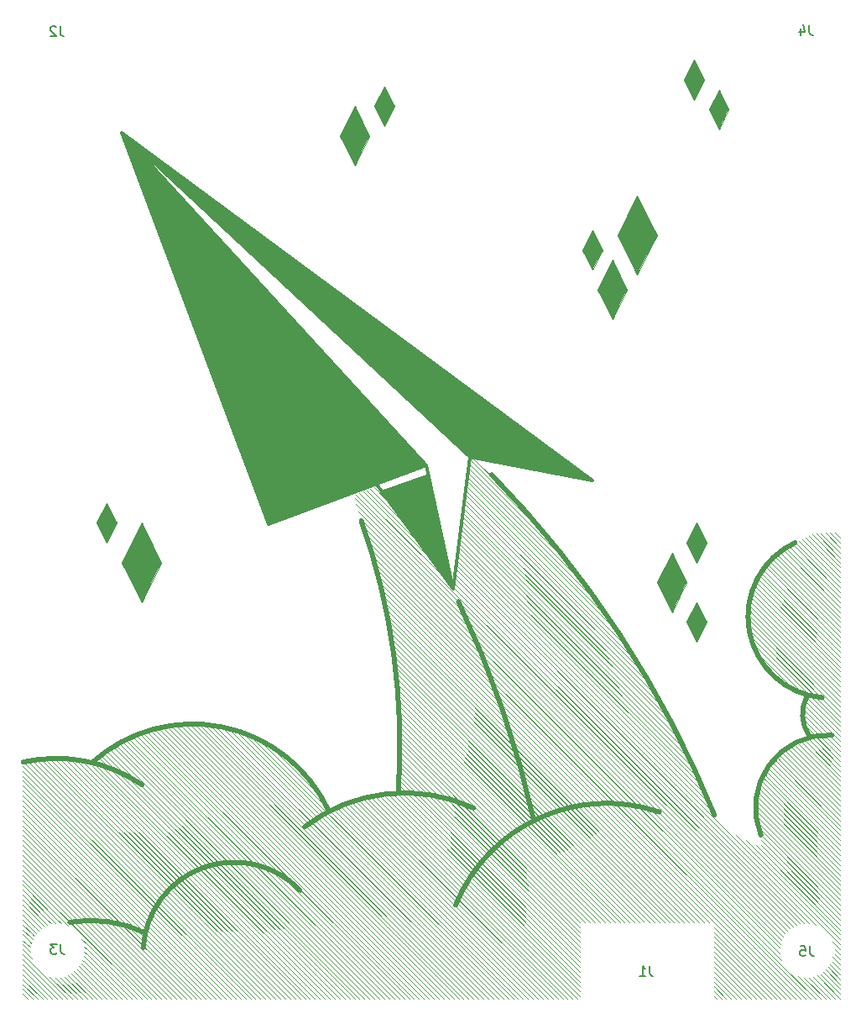
<source format=gbr>
%TF.GenerationSoftware,KiCad,Pcbnew,(5.1.10)-1*%
%TF.CreationDate,2022-11-16T11:33:56-08:00*%
%TF.ProjectId,XYFaces,58594661-6365-4732-9e6b-696361645f70,1.0*%
%TF.SameCoordinates,Original*%
%TF.FileFunction,Legend,Bot*%
%TF.FilePolarity,Positive*%
%FSLAX46Y46*%
G04 Gerber Fmt 4.6, Leading zero omitted, Abs format (unit mm)*
G04 Created by KiCad (PCBNEW (5.1.10)-1) date 2022-11-16 11:33:56*
%MOMM*%
%LPD*%
G01*
G04 APERTURE LIST*
%ADD10C,0.100000*%
%ADD11C,0.120000*%
%ADD12C,0.500000*%
%ADD13C,0.300000*%
%ADD14C,0.150000*%
G04 APERTURE END LIST*
D10*
G36*
X136350000Y-99550000D02*
G01*
X129200000Y-89750000D01*
X133950000Y-88050000D01*
X136350000Y-99550000D01*
G37*
X136350000Y-99550000D02*
X129200000Y-89750000D01*
X133950000Y-88050000D01*
X136350000Y-99550000D01*
G36*
X150350000Y-88600000D02*
G01*
X138150000Y-86400000D01*
X103000000Y-53750000D01*
X150350000Y-88600000D01*
G37*
X150350000Y-88600000D02*
X138150000Y-86400000D01*
X103000000Y-53750000D01*
X150350000Y-88600000D01*
G36*
X133650000Y-87300000D02*
G01*
X117900000Y-93100000D01*
X103000000Y-53700000D01*
X133650000Y-87300000D01*
G37*
X133650000Y-87300000D02*
X117900000Y-93100000D01*
X103000000Y-53700000D01*
X133650000Y-87300000D01*
D11*
X98500000Y-138500000D02*
X98200000Y-138200000D01*
X98750000Y-138250000D02*
X98500000Y-138000000D01*
X99000000Y-138000000D02*
X98700000Y-137700000D01*
X99250000Y-137750000D02*
X98900000Y-137400000D01*
X99250000Y-137250000D02*
X99050000Y-137050000D01*
X99500000Y-137000000D02*
X99150000Y-136650000D01*
X99500000Y-136500000D02*
X99200000Y-136200000D01*
X99500000Y-136000000D02*
X99200000Y-135700000D01*
X99500000Y-135500000D02*
X98950000Y-134950000D01*
X97000000Y-133000000D02*
X97600000Y-133600000D01*
X96500000Y-133000000D02*
X96900000Y-133400000D01*
X96000000Y-133000000D02*
X96350000Y-133350000D01*
X95500000Y-133000000D02*
X95900000Y-133400000D01*
X95250000Y-133250000D02*
X95500000Y-133500000D01*
X94750000Y-133250000D02*
X95150000Y-133650000D01*
X94500000Y-133500000D02*
X94850000Y-133850000D01*
X94250000Y-133750000D02*
X94600000Y-134100000D01*
X94250000Y-134250000D02*
X94350000Y-134350000D01*
X94000000Y-134500000D02*
X94150000Y-134650000D01*
X93750000Y-134750000D02*
X94000000Y-135000000D01*
X93750000Y-135250000D02*
X93850000Y-135350000D01*
X93750000Y-136750000D02*
X93900000Y-136900000D01*
X175500000Y-135500000D02*
X173250000Y-133250000D01*
X175500000Y-136000000D02*
X174750000Y-135250000D01*
X175500000Y-136500000D02*
X175000000Y-136000000D01*
X175500000Y-137000000D02*
X175000000Y-136500000D01*
X175500000Y-137500000D02*
X174750000Y-136750000D01*
X175500000Y-138000000D02*
X174750000Y-137250000D01*
X175500000Y-138500000D02*
X174500000Y-137500000D01*
X175500000Y-139000000D02*
X174250000Y-137750000D01*
X175500000Y-139500000D02*
X174000000Y-138000000D01*
X173500000Y-141000000D02*
X171200000Y-138700000D01*
X173000000Y-141000000D02*
X169500000Y-137500000D01*
X99500000Y-135500000D02*
X105000000Y-141000000D01*
X104500000Y-141000000D02*
X99500000Y-136000000D01*
X99500000Y-136500000D02*
X104000000Y-141000000D01*
X103500000Y-141000000D02*
X99500000Y-137000000D01*
X103000000Y-141000000D02*
X99250000Y-137250000D01*
X99250000Y-137750000D02*
X102500000Y-141000000D01*
X102000000Y-141000000D02*
X99000000Y-138000000D01*
X98750000Y-138250000D02*
X101500000Y-141000000D01*
X101000000Y-141000000D02*
X98500000Y-138500000D01*
X98000000Y-141000000D02*
X95750000Y-138750000D01*
X97500000Y-141000000D02*
X94000000Y-137500000D01*
X162750000Y-140750000D02*
X163000000Y-141000000D01*
X163500000Y-141000000D02*
X162750000Y-140250000D01*
X162750000Y-139750000D02*
X164000000Y-141000000D01*
X164500000Y-141000000D02*
X162750000Y-139250000D01*
X162750000Y-138750000D02*
X165000000Y-141000000D01*
X165500000Y-141000000D02*
X162750000Y-138250000D01*
X162750000Y-137750000D02*
X166000000Y-141000000D01*
X166500000Y-141000000D02*
X162750000Y-137250000D01*
X162750000Y-136750000D02*
X167000000Y-141000000D01*
X167500000Y-141000000D02*
X162750000Y-136250000D01*
X162750000Y-135750000D02*
X168000000Y-141000000D01*
X168500000Y-141000000D02*
X162750000Y-135250000D01*
X162750000Y-134750000D02*
X169000000Y-141000000D01*
X169500000Y-141000000D02*
X162750000Y-134250000D01*
X162750000Y-133750000D02*
X170000000Y-141000000D01*
X167000000Y-100000000D02*
X166800000Y-99800000D01*
X167000000Y-100500000D02*
X166700000Y-100200000D01*
X166500000Y-102000000D02*
X166400000Y-101900000D01*
X166500000Y-102500000D02*
X166350000Y-102350000D01*
X172500000Y-111000000D02*
X172150000Y-110650000D01*
X172500000Y-115000000D02*
X172300000Y-114800000D01*
X171500000Y-115500000D02*
X171200000Y-115200000D01*
X171000000Y-115500000D02*
X170850000Y-115350000D01*
X171000000Y-116000000D02*
X170600000Y-115600000D01*
X170500000Y-116000000D02*
X170300000Y-115800000D01*
X170000000Y-116500000D02*
X169750000Y-116250000D01*
X169500000Y-117000000D02*
X169200000Y-116700000D01*
X169000000Y-117500000D02*
X168750000Y-117250000D01*
X168500000Y-118000000D02*
X168250000Y-117750000D01*
X168000000Y-118500000D02*
X167900000Y-118400000D01*
X168000000Y-119000000D02*
X167600000Y-118600000D01*
X167500000Y-120000000D02*
X167300000Y-119800000D01*
X167500000Y-120500000D02*
X167250000Y-120250000D01*
X167500000Y-121000000D02*
X167200000Y-120700000D01*
X167500000Y-121500000D02*
X167200000Y-121200000D01*
X167500000Y-123500000D02*
X167250000Y-123250000D01*
X165000000Y-124500000D02*
X175500000Y-135000000D01*
X175500000Y-94500000D02*
X175000000Y-94000000D01*
X174500000Y-94000000D02*
X175500000Y-95000000D01*
X175500000Y-95500000D02*
X174000000Y-94000000D01*
X173550000Y-94050000D02*
X175500000Y-96000000D01*
X173100000Y-94100000D02*
X175500000Y-96500000D01*
X172700000Y-94200000D02*
X173500000Y-95000000D01*
X172350000Y-94350000D02*
X173000000Y-95000000D01*
X172000000Y-94500000D02*
X172500000Y-95000000D01*
X173500000Y-95000000D02*
X175500000Y-97000000D01*
X173000000Y-95000000D02*
X175500000Y-97500000D01*
X172500000Y-95000000D02*
X175500000Y-98000000D01*
X171650000Y-94650000D02*
X175500000Y-98500000D01*
X175500000Y-99000000D02*
X171300000Y-94800000D01*
X171050000Y-95050000D02*
X175500000Y-99500000D01*
X175500000Y-100000000D02*
X170800000Y-95300000D01*
X170500000Y-95500000D02*
X175500000Y-100500000D01*
X175500000Y-101000000D02*
X170150000Y-95650000D01*
X169850000Y-95850000D02*
X175500000Y-101500000D01*
X175500000Y-102000000D02*
X169500000Y-96000000D01*
X169250000Y-96250000D02*
X175500000Y-102500000D01*
X175500000Y-103000000D02*
X169000000Y-96500000D01*
X168750000Y-96750000D02*
X175500000Y-103500000D01*
X175500000Y-104000000D02*
X168500000Y-97000000D01*
X168300000Y-97300000D02*
X175500000Y-104500000D01*
X175500000Y-105000000D02*
X168000000Y-97500000D01*
X167800000Y-97800000D02*
X175500000Y-105500000D01*
X175500000Y-106000000D02*
X167600000Y-98100000D01*
X167500000Y-98500000D02*
X175500000Y-106500000D01*
X175500000Y-107000000D02*
X167250000Y-98750000D01*
X167000000Y-99000000D02*
X175500000Y-107500000D01*
X175500000Y-108000000D02*
X167000000Y-99500000D01*
X167000000Y-100000000D02*
X175500000Y-108500000D01*
X175500000Y-109000000D02*
X167000000Y-100500000D01*
X166500000Y-100500000D02*
X175500000Y-109500000D01*
X175500000Y-110000000D02*
X166500000Y-101000000D01*
X166500000Y-101500000D02*
X175500000Y-110500000D01*
X175500000Y-111000000D02*
X166500000Y-102000000D01*
X166500000Y-102500000D02*
X175500000Y-111500000D01*
X175500000Y-112000000D02*
X166500000Y-103000000D01*
X166500000Y-103500000D02*
X175500000Y-112500000D01*
X175500000Y-113000000D02*
X166500000Y-104000000D01*
X169000000Y-108500000D02*
X168500000Y-108000000D01*
X167500000Y-106500000D02*
X170500000Y-109500000D01*
X171500000Y-110000000D02*
X167000000Y-105500000D01*
X175500000Y-113500000D02*
X166500000Y-104500000D01*
X175500000Y-114000000D02*
X172500000Y-111000000D01*
X175500000Y-114500000D02*
X172000000Y-111000000D01*
X175500000Y-115000000D02*
X172000000Y-111500000D01*
X175500000Y-115500000D02*
X172000000Y-112000000D01*
X175500000Y-116000000D02*
X172000000Y-112500000D01*
X175500000Y-116500000D02*
X172000000Y-113000000D01*
X173000000Y-115000000D02*
X172500000Y-114500000D01*
X175500000Y-117000000D02*
X172000000Y-113500000D01*
X173000000Y-115000000D02*
X175500000Y-117500000D01*
X175500000Y-118000000D02*
X172500000Y-115000000D01*
X172000000Y-115000000D02*
X175500000Y-118500000D01*
X175500000Y-119000000D02*
X171500000Y-115000000D01*
X171500000Y-115500000D02*
X175500000Y-119500000D01*
X175500000Y-120000000D02*
X171000000Y-115500000D01*
X171000000Y-116000000D02*
X175500000Y-120500000D01*
X175500000Y-121000000D02*
X170500000Y-116000000D01*
X170000000Y-116000000D02*
X175500000Y-121500000D01*
X175500000Y-122000000D02*
X170000000Y-116500000D01*
X169500000Y-116500000D02*
X175500000Y-122500000D01*
X175500000Y-123000000D02*
X169500000Y-117000000D01*
X169000000Y-117000000D02*
X175500000Y-123500000D01*
X175500000Y-124000000D02*
X169000000Y-117500000D01*
X168500000Y-118500000D02*
X168000000Y-118000000D01*
X175500000Y-124500000D02*
X168500000Y-117500000D01*
X168500000Y-118000000D02*
X175500000Y-125000000D01*
X175500000Y-125500000D02*
X168500000Y-118500000D01*
X168000000Y-118500000D02*
X175500000Y-126000000D01*
X175500000Y-126500000D02*
X168000000Y-119000000D01*
X167500000Y-119000000D02*
X175500000Y-127000000D01*
X175500000Y-127500000D02*
X167500000Y-119500000D01*
X167500000Y-120000000D02*
X175500000Y-128000000D01*
X175500000Y-128500000D02*
X167500000Y-120500000D01*
X167500000Y-121000000D02*
X175500000Y-129000000D01*
X167500000Y-121500000D02*
X175500000Y-129500000D01*
X175500000Y-130000000D02*
X167000000Y-121500000D01*
X167000000Y-122000000D02*
X175500000Y-130500000D01*
X175500000Y-131000000D02*
X167000000Y-122500000D01*
X167500000Y-123500000D02*
X175500000Y-131500000D01*
X167500000Y-125500000D02*
X168000000Y-126000000D01*
X167500000Y-125000000D02*
X168000000Y-125500000D01*
X168000000Y-125500000D02*
X168500000Y-126000000D01*
X168000000Y-125000000D02*
X167488170Y-124479864D01*
X167500000Y-124000000D02*
X168000000Y-124500000D01*
X168000000Y-124500000D02*
X175500000Y-132000000D01*
X168000000Y-125000000D02*
X175500000Y-132500000D01*
X168500000Y-126000000D02*
X175500000Y-133000000D01*
X168000000Y-126000000D02*
X175500000Y-133500000D01*
X167000000Y-125500000D02*
X175500000Y-134000000D01*
X166000000Y-125000000D02*
X175500000Y-134500000D01*
X138500000Y-86500000D02*
X142000000Y-90000000D01*
X146000000Y-94500000D02*
X138150000Y-86650000D01*
X138100000Y-87100000D02*
X147500000Y-96500000D01*
X149500000Y-99000000D02*
X138050000Y-87550000D01*
X138000000Y-88000000D02*
X150500000Y-100500000D01*
X152000000Y-102500000D02*
X137900000Y-88400000D01*
X137850000Y-88850000D02*
X153000000Y-104000000D01*
X154000000Y-105500000D02*
X137800000Y-89300000D01*
X137750000Y-89750000D02*
X155000000Y-107000000D01*
X155500000Y-108000000D02*
X137700000Y-90200000D01*
X137650000Y-90650000D02*
X156000000Y-109000000D01*
X156500000Y-110000000D02*
X137550000Y-91050000D01*
X137500000Y-91500000D02*
X157500000Y-111500000D01*
X158000000Y-112500000D02*
X137500000Y-92000000D01*
X137400000Y-92400000D02*
X158500000Y-113500000D01*
X159000000Y-114500000D02*
X137350000Y-92850000D01*
X137300000Y-93300000D02*
X159500000Y-115500000D01*
X160000000Y-116500000D02*
X137250000Y-93750000D01*
X137200000Y-94200000D02*
X160500000Y-117500000D01*
X161000000Y-118500000D02*
X137150000Y-94650000D01*
X137050000Y-95050000D02*
X161000000Y-119000000D01*
X161500000Y-120000000D02*
X137000000Y-95500000D01*
X137000000Y-96000000D02*
X162000000Y-121000000D01*
X162350000Y-121850000D02*
X136900000Y-96400000D01*
X136850000Y-96850000D02*
X173250000Y-133250000D01*
X173050000Y-133550000D02*
X136800000Y-97300000D01*
X136750000Y-97750000D02*
X172350000Y-133350000D01*
X171850000Y-133350000D02*
X136650000Y-98150000D01*
X136600000Y-98600000D02*
X171400000Y-133400000D01*
X171050000Y-133550000D02*
X136550000Y-99050000D01*
X136450000Y-99450000D02*
X170700000Y-133700000D01*
X128450000Y-89450000D02*
X130350000Y-91350000D01*
X131650000Y-93150000D02*
X128100000Y-89600000D01*
X127750000Y-89750000D02*
X133050000Y-95050000D01*
X134400000Y-96900000D02*
X127350000Y-89850000D01*
X127000000Y-90000000D02*
X135750000Y-98750000D01*
X170400000Y-133900000D02*
X126650000Y-90150000D01*
X126550000Y-90550000D02*
X170150000Y-134150000D01*
X128000000Y-95000000D02*
X169400000Y-136400000D01*
X169350000Y-135850000D02*
X128000000Y-94500000D01*
X127500000Y-93500000D02*
X169450000Y-135450000D01*
X127500000Y-93000000D02*
X128000000Y-93500000D01*
X169550000Y-135050000D02*
X128000000Y-93500000D01*
X126900000Y-91900000D02*
X169700000Y-134700000D01*
X169900000Y-134400000D02*
X126600000Y-91100000D01*
X173800000Y-138300000D02*
X175500000Y-140000000D01*
X173500000Y-138500000D02*
X175500000Y-140500000D01*
X173150000Y-138650000D02*
X175500000Y-141000000D01*
X172800000Y-138800000D02*
X175000000Y-141000000D01*
X172350000Y-138850000D02*
X174500000Y-141000000D01*
X174000000Y-141000000D02*
X171850000Y-138850000D01*
X128500000Y-96000000D02*
X169550000Y-137050000D01*
X169500000Y-137500000D02*
X128500000Y-96500000D01*
X128500000Y-97000000D02*
X172500000Y-141000000D01*
X172000000Y-141000000D02*
X129000000Y-98000000D01*
X129000000Y-98500000D02*
X171500000Y-141000000D01*
X171000000Y-141000000D02*
X129000000Y-99000000D01*
X129500000Y-100000000D02*
X170500000Y-141000000D01*
X162250000Y-133250000D02*
X129500000Y-100500000D01*
X129700000Y-101200000D02*
X161750000Y-133250000D01*
X161250000Y-133250000D02*
X129850000Y-101850000D01*
X130000000Y-102500000D02*
X160750000Y-133250000D01*
X160250000Y-133250000D02*
X130000000Y-103000000D01*
X130250000Y-103750000D02*
X159750000Y-133250000D01*
X159250000Y-133250000D02*
X130350000Y-104350000D01*
X130500000Y-105000000D02*
X158750000Y-133250000D01*
X130500000Y-105500000D02*
X131000000Y-106000000D01*
X158250000Y-133250000D02*
X131000000Y-106000000D01*
X130650000Y-106150000D02*
X157750000Y-133250000D01*
X157250000Y-133250000D02*
X130700000Y-106700000D01*
X130800000Y-107300000D02*
X156750000Y-133250000D01*
X156250000Y-133250000D02*
X130650000Y-107650000D01*
X130900000Y-108400000D02*
X155650000Y-133150000D01*
X155250000Y-133250000D02*
X131000000Y-109000000D01*
X154750000Y-133250000D02*
X131000000Y-109500000D01*
X131000000Y-110000000D02*
X154250000Y-133250000D01*
X153750000Y-133250000D02*
X131000000Y-110500000D01*
X131000000Y-111000000D02*
X153250000Y-133250000D01*
X131150000Y-114150000D02*
X150250000Y-133250000D01*
X150750000Y-133250000D02*
X131150000Y-113650000D01*
X131150000Y-113150000D02*
X151250000Y-133250000D01*
X151750000Y-133250000D02*
X131150000Y-112650000D01*
X131000000Y-112000000D02*
X152250000Y-133250000D01*
X152750000Y-133250000D02*
X131000000Y-111500000D01*
X131200000Y-114700000D02*
X149750000Y-133250000D01*
X149250000Y-133250000D02*
X131250000Y-115250000D01*
X131250000Y-115750000D02*
X149250000Y-133750000D01*
X149250000Y-134250000D02*
X131200000Y-116200000D01*
X131150000Y-116650000D02*
X149200000Y-134700000D01*
X149250000Y-135250000D02*
X131150000Y-117150000D01*
X131200000Y-117700000D02*
X149250000Y-135750000D01*
X149250000Y-136250000D02*
X131000000Y-118000000D01*
X131000000Y-118500000D02*
X149250000Y-136750000D01*
X149250000Y-137250000D02*
X131000000Y-119000000D01*
X131000000Y-119500000D02*
X149250000Y-137750000D01*
X149250000Y-138250000D02*
X131000000Y-120000000D01*
X131000000Y-120500000D02*
X149250000Y-138750000D01*
X149250000Y-139250000D02*
X130500000Y-120500000D01*
X130000000Y-120500000D02*
X149250000Y-139750000D01*
X149250000Y-140250000D02*
X129500000Y-120500000D01*
X129000000Y-120500000D02*
X149250000Y-140750000D01*
X149000000Y-141000000D02*
X128650000Y-120650000D01*
X128250000Y-120750000D02*
X148500000Y-141000000D01*
X148000000Y-141000000D02*
X127800000Y-120800000D01*
X127450000Y-120950000D02*
X147500000Y-141000000D01*
X146500000Y-141000000D02*
X126700000Y-121200000D01*
X127000000Y-121000000D02*
X147000000Y-141000000D01*
X146000000Y-141000000D02*
X126250000Y-121250000D01*
X125850000Y-121350000D02*
X145500000Y-141000000D01*
X145000000Y-141000000D02*
X125500000Y-121500000D01*
X125150000Y-121650000D02*
X144500000Y-141000000D01*
X144000000Y-141000000D02*
X124750000Y-121750000D01*
X124500000Y-122000000D02*
X143500000Y-141000000D01*
X121500000Y-118500000D02*
X120000000Y-117000000D01*
X118500000Y-116000000D02*
X122500000Y-120000000D01*
X123500000Y-121500000D02*
X117200000Y-115200000D01*
X143000000Y-141000000D02*
X124000000Y-122000000D01*
X116150000Y-114650000D02*
X142500000Y-141000000D01*
X142000000Y-141000000D02*
X115350000Y-114350000D01*
X114500000Y-114000000D02*
X141500000Y-141000000D01*
X141000000Y-141000000D02*
X114000000Y-114000000D01*
X113250000Y-113750000D02*
X140500000Y-141000000D01*
X140000000Y-141000000D02*
X112600000Y-113600000D01*
X112000000Y-113500000D02*
X139500000Y-141000000D01*
X139000000Y-141000000D02*
X111500000Y-113500000D01*
X111000000Y-113500000D02*
X138500000Y-141000000D01*
X138000000Y-141000000D02*
X110500000Y-113500000D01*
X110000000Y-113500000D02*
X137500000Y-141000000D01*
X137000000Y-141000000D02*
X109500000Y-113500000D01*
X109000000Y-113500000D02*
X136500000Y-141000000D01*
X136000000Y-141000000D02*
X108500000Y-113500000D01*
X108000000Y-113500000D02*
X135500000Y-141000000D01*
X135000000Y-141000000D02*
X107500000Y-113500000D01*
X107150000Y-113650000D02*
X134500000Y-141000000D01*
X134000000Y-141000000D02*
X106750000Y-113750000D01*
X106500000Y-114000000D02*
X133500000Y-141000000D01*
X133000000Y-141000000D02*
X106000000Y-114000000D01*
X105600000Y-114100000D02*
X132500000Y-141000000D01*
X132000000Y-141000000D02*
X105100000Y-114100000D01*
X104850000Y-114350000D02*
X131500000Y-141000000D01*
X131000000Y-141000000D02*
X104500000Y-114500000D01*
X104150000Y-114650000D02*
X130500000Y-141000000D01*
X130000000Y-141000000D02*
X103800000Y-114800000D01*
X103500000Y-115000000D02*
X129500000Y-141000000D01*
X129000000Y-141000000D02*
X103150000Y-115150000D01*
X102750000Y-115250000D02*
X128500000Y-141000000D01*
X128000000Y-141000000D02*
X102500000Y-115500000D01*
X102200000Y-115700000D02*
X127500000Y-141000000D01*
X102000000Y-116000000D02*
X127000000Y-141000000D01*
X126500000Y-141000000D02*
X101500000Y-116000000D01*
X101300000Y-116300000D02*
X126000000Y-141000000D01*
X125500000Y-141000000D02*
X101000000Y-116500000D01*
X100700000Y-116700000D02*
X125000000Y-141000000D01*
X124500000Y-141000000D02*
X100500000Y-117000000D01*
X100500000Y-117500000D02*
X124000000Y-141000000D01*
X123500000Y-141000000D02*
X100000000Y-117500000D01*
X123000000Y-141000000D02*
X99000000Y-117000000D01*
X98500000Y-117000000D02*
X122500000Y-141000000D01*
X122000000Y-141000000D02*
X98000000Y-117000000D01*
X97500000Y-117000000D02*
X121500000Y-141000000D01*
X121000000Y-141000000D02*
X97000000Y-117000000D01*
X96500000Y-117000000D02*
X120500000Y-141000000D01*
X120000000Y-141000000D02*
X96000000Y-117000000D01*
X95500000Y-117000000D02*
X119500000Y-141000000D01*
X119000000Y-141000000D02*
X95000000Y-117000000D01*
X94450000Y-116950000D02*
X118500000Y-141000000D01*
X94050000Y-117050000D02*
X118000000Y-141000000D01*
X117500000Y-141000000D02*
X93700000Y-117200000D01*
X93250000Y-117250000D02*
X117000000Y-141000000D01*
X116500000Y-141000000D02*
X93000000Y-117500000D01*
X93000000Y-118000000D02*
X116000000Y-141000000D01*
X115500000Y-141000000D02*
X93000000Y-118500000D01*
X93000000Y-119000000D02*
X115000000Y-141000000D01*
X114500000Y-141000000D02*
X93000000Y-119500000D01*
X93000000Y-120000000D02*
X114000000Y-141000000D01*
X113500000Y-141000000D02*
X93000000Y-120500000D01*
X93000000Y-121000000D02*
X113000000Y-141000000D01*
X112500000Y-141000000D02*
X93000000Y-121500000D01*
X93000000Y-122000000D02*
X112000000Y-141000000D01*
X111500000Y-141000000D02*
X93000000Y-122500000D01*
X93000000Y-123000000D02*
X111000000Y-141000000D01*
X110500000Y-141000000D02*
X93000000Y-123500000D01*
X93000000Y-124000000D02*
X110000000Y-141000000D01*
X109500000Y-141000000D02*
X93000000Y-124500000D01*
X93000000Y-125000000D02*
X109000000Y-141000000D01*
X108500000Y-141000000D02*
X93000000Y-125500000D01*
X93000000Y-126000000D02*
X108000000Y-141000000D01*
X107500000Y-141000000D02*
X93000000Y-126500000D01*
X93000000Y-127000000D02*
X107000000Y-141000000D01*
X106500000Y-141000000D02*
X93000000Y-127500000D01*
X93000000Y-128000000D02*
X106000000Y-141000000D01*
X105500000Y-141000000D02*
X93000000Y-128500000D01*
X93000000Y-129000000D02*
X97000000Y-133000000D01*
X96500000Y-133000000D02*
X93000000Y-129500000D01*
X93000000Y-130000000D02*
X96000000Y-133000000D01*
X95500000Y-133000000D02*
X93000000Y-130500000D01*
X93000000Y-131000000D02*
X95250000Y-133250000D01*
X94750000Y-133250000D02*
X93000000Y-131500000D01*
X93000000Y-132000000D02*
X94500000Y-133500000D01*
X94250000Y-133750000D02*
X93000000Y-132500000D01*
X93750000Y-134750000D02*
X93000000Y-134000000D01*
X93000000Y-133500000D02*
X94000000Y-134500000D01*
X94250000Y-134250000D02*
X93000000Y-133000000D01*
X100500000Y-141000000D02*
X97900000Y-138400000D01*
X100000000Y-141000000D02*
X97600000Y-138600000D01*
X93000000Y-140500000D02*
X93500000Y-141000000D01*
X94000000Y-141000000D02*
X93000000Y-140000000D01*
X93000000Y-139500000D02*
X94500000Y-141000000D01*
X95000000Y-141000000D02*
X93000000Y-139000000D01*
X93000000Y-138500000D02*
X95500000Y-141000000D01*
X96000000Y-141000000D02*
X93000000Y-138000000D01*
X93000000Y-137500000D02*
X96500000Y-141000000D01*
X97000000Y-141000000D02*
X93000000Y-137000000D01*
X93000000Y-136500000D02*
X94000000Y-137500000D01*
X93000000Y-135500000D02*
X93750000Y-136250000D01*
X93750000Y-136750000D02*
X93000000Y-136000000D01*
X98500000Y-141000000D02*
X96350000Y-138850000D01*
X93750000Y-135750000D02*
X93042297Y-135118529D01*
X99000000Y-141000000D02*
X96850000Y-138850000D01*
X97250000Y-138750000D02*
X99500000Y-141000000D01*
X93000000Y-134500000D02*
X93750000Y-135250000D01*
D10*
G36*
X130500000Y-51000000D02*
G01*
X129500000Y-53000000D01*
X128500000Y-51000000D01*
X129500000Y-49000000D01*
X130500000Y-51000000D01*
G37*
X130500000Y-51000000D02*
X129500000Y-53000000D01*
X128500000Y-51000000D01*
X129500000Y-49000000D01*
X130500000Y-51000000D01*
G36*
X107000000Y-97000000D02*
G01*
X105000000Y-101000000D01*
X103000000Y-97000000D01*
X105000000Y-93000000D01*
X107000000Y-97000000D01*
G37*
X107000000Y-97000000D02*
X105000000Y-101000000D01*
X103000000Y-97000000D01*
X105000000Y-93000000D01*
X107000000Y-97000000D01*
G36*
X164250000Y-51350000D02*
G01*
X163250000Y-53350000D01*
X162250000Y-51350000D01*
X163250000Y-49350000D01*
X164250000Y-51350000D01*
G37*
X164250000Y-51350000D02*
X163250000Y-53350000D01*
X162250000Y-51350000D01*
X163250000Y-49350000D01*
X164250000Y-51350000D01*
D11*
X163250000Y-53350000D02*
X164250000Y-51350000D01*
X162250000Y-51350000D02*
X163250000Y-53350000D01*
X164250000Y-51350000D02*
X163250000Y-49350000D01*
X163250000Y-49350000D02*
X162250000Y-51350000D01*
D10*
G36*
X161750000Y-48350000D02*
G01*
X160750000Y-50350000D01*
X159750000Y-48350000D01*
X160750000Y-46350000D01*
X161750000Y-48350000D01*
G37*
X161750000Y-48350000D02*
X160750000Y-50350000D01*
X159750000Y-48350000D01*
X160750000Y-46350000D01*
X161750000Y-48350000D01*
D11*
X160750000Y-50350000D02*
X161750000Y-48350000D01*
X159750000Y-48350000D02*
X160750000Y-50350000D01*
X161750000Y-48350000D02*
X160750000Y-46350000D01*
X160750000Y-46350000D02*
X159750000Y-48350000D01*
D10*
G36*
X162000000Y-95000000D02*
G01*
X161000000Y-97000000D01*
X160000000Y-95000000D01*
X161000000Y-93000000D01*
X162000000Y-95000000D01*
G37*
X162000000Y-95000000D02*
X161000000Y-97000000D01*
X160000000Y-95000000D01*
X161000000Y-93000000D01*
X162000000Y-95000000D01*
G36*
X160000000Y-99000000D02*
G01*
X158500000Y-102000000D01*
X157000000Y-99000000D01*
X158500000Y-96000000D01*
X160000000Y-99000000D01*
G37*
X160000000Y-99000000D02*
X158500000Y-102000000D01*
X157000000Y-99000000D01*
X158500000Y-96000000D01*
X160000000Y-99000000D01*
G36*
X162000000Y-103000000D02*
G01*
X161000000Y-105000000D01*
X160000000Y-103000000D01*
X161000000Y-101000000D01*
X162000000Y-103000000D01*
G37*
X162000000Y-103000000D02*
X161000000Y-105000000D01*
X160000000Y-103000000D01*
X161000000Y-101000000D01*
X162000000Y-103000000D01*
D11*
X161000000Y-105000000D02*
X162000000Y-103000000D01*
X160000000Y-103000000D02*
X161000000Y-105000000D01*
X162000000Y-103000000D02*
X161000000Y-101000000D01*
X161000000Y-101000000D02*
X160000000Y-103000000D01*
D10*
G36*
X154000000Y-69500000D02*
G01*
X152500000Y-72500000D01*
X151000000Y-69500000D01*
X152500000Y-66500000D01*
X154000000Y-69500000D01*
G37*
X154000000Y-69500000D02*
X152500000Y-72500000D01*
X151000000Y-69500000D01*
X152500000Y-66500000D01*
X154000000Y-69500000D01*
G36*
X151500000Y-65500000D02*
G01*
X150500000Y-67500000D01*
X149500000Y-65500000D01*
X150500000Y-63500000D01*
X151500000Y-65500000D01*
G37*
X151500000Y-65500000D02*
X150500000Y-67500000D01*
X149500000Y-65500000D01*
X150500000Y-63500000D01*
X151500000Y-65500000D01*
G36*
X128000000Y-54000000D02*
G01*
X126500000Y-57000000D01*
X125000000Y-54000000D01*
X126500000Y-51000000D01*
X128000000Y-54000000D01*
G37*
X128000000Y-54000000D02*
X126500000Y-57000000D01*
X125000000Y-54000000D01*
X126500000Y-51000000D01*
X128000000Y-54000000D01*
G36*
X157000000Y-64000000D02*
G01*
X155000000Y-68000000D01*
X153000000Y-64000000D01*
X155000000Y-60000000D01*
X157000000Y-64000000D01*
G37*
X157000000Y-64000000D02*
X155000000Y-68000000D01*
X153000000Y-64000000D01*
X155000000Y-60000000D01*
X157000000Y-64000000D01*
G36*
X102500000Y-93000000D02*
G01*
X101500000Y-95000000D01*
X100500000Y-93000000D01*
X101500000Y-91000000D01*
X102500000Y-93000000D01*
G37*
X102500000Y-93000000D02*
X101500000Y-95000000D01*
X100500000Y-93000000D01*
X101500000Y-91000000D01*
X102500000Y-93000000D01*
D11*
X102500000Y-93000000D02*
X101500000Y-91000000D01*
X101500000Y-95000000D02*
X102500000Y-93000000D01*
X100500000Y-93000000D02*
X101500000Y-95000000D01*
X101500000Y-91000000D02*
X100500000Y-93000000D01*
D12*
X140323201Y-88153230D02*
G75*
G02*
X162800000Y-122450000I-76573201J-74696770D01*
G01*
X172405077Y-114579468D02*
G75*
G02*
X172200001Y-110350001I3294923J2279468D01*
G01*
X173662787Y-110626887D02*
G75*
G02*
X170950001Y-95000001I737213J8176887D01*
G01*
X167488924Y-124481698D02*
G75*
G02*
X174649999Y-114400001I6761076J2781698D01*
G01*
X136691784Y-131534151D02*
G75*
G02*
X157249999Y-122150001I15258216J-6215849D01*
G01*
X97753006Y-133267335D02*
G75*
G02*
X105399999Y-134350001I2146994J-12382665D01*
G01*
X105173532Y-135819132D02*
G75*
G02*
X120999999Y-130050001I9176468J-580868D01*
G01*
X93043151Y-117120410D02*
G75*
G02*
X105049999Y-119400001I3356849J-15079590D01*
G01*
X100015189Y-117166911D02*
G75*
G02*
X123900000Y-122050000I10134811J-11283089D01*
G01*
X121432544Y-123668280D02*
G75*
G02*
X138500000Y-121750000I10117456J-13131720D01*
G01*
X127167796Y-92784946D02*
G75*
G02*
X130900000Y-120250000I-63867796J-22665054D01*
G01*
X136975957Y-100940462D02*
G75*
G02*
X144600000Y-123050000I-95525957J-45309538D01*
G01*
D13*
X138150000Y-86400000D02*
X103000000Y-53700000D01*
X133750000Y-87250000D02*
X103000000Y-53700000D01*
X136450000Y-99700000D02*
X133750000Y-87250000D01*
X136450000Y-99700000D02*
X138150000Y-86400000D01*
X136450000Y-99700000D02*
X128750000Y-89150000D01*
X133750000Y-87250000D02*
X117850000Y-93150000D01*
X138150000Y-86400000D02*
X150500000Y-88700000D01*
X103000000Y-53700000D02*
X150500000Y-88700000D01*
X117850000Y-93150000D02*
X103000000Y-53700000D01*
%TO.C,J1*%
D14*
X156253333Y-137652380D02*
X156253333Y-138366666D01*
X156300952Y-138509523D01*
X156396190Y-138604761D01*
X156539047Y-138652380D01*
X156634285Y-138652380D01*
X155253333Y-138652380D02*
X155824761Y-138652380D01*
X155539047Y-138652380D02*
X155539047Y-137652380D01*
X155634285Y-137795238D01*
X155729523Y-137890476D01*
X155824761Y-137938095D01*
%TO.C,J5*%
X172433333Y-135652380D02*
X172433333Y-136366666D01*
X172480952Y-136509523D01*
X172576190Y-136604761D01*
X172719047Y-136652380D01*
X172814285Y-136652380D01*
X171480952Y-135652380D02*
X171957142Y-135652380D01*
X172004761Y-136128571D01*
X171957142Y-136080952D01*
X171861904Y-136033333D01*
X171623809Y-136033333D01*
X171528571Y-136080952D01*
X171480952Y-136128571D01*
X171433333Y-136223809D01*
X171433333Y-136461904D01*
X171480952Y-136557142D01*
X171528571Y-136604761D01*
X171623809Y-136652380D01*
X171861904Y-136652380D01*
X171957142Y-136604761D01*
X172004761Y-136557142D01*
%TO.C,J4*%
X172383333Y-42852380D02*
X172383333Y-43566666D01*
X172430952Y-43709523D01*
X172526190Y-43804761D01*
X172669047Y-43852380D01*
X172764285Y-43852380D01*
X171478571Y-43185714D02*
X171478571Y-43852380D01*
X171716666Y-42804761D02*
X171954761Y-43519047D01*
X171335714Y-43519047D01*
%TO.C,J3*%
X96833333Y-135452380D02*
X96833333Y-136166666D01*
X96880952Y-136309523D01*
X96976190Y-136404761D01*
X97119047Y-136452380D01*
X97214285Y-136452380D01*
X96452380Y-135452380D02*
X95833333Y-135452380D01*
X96166666Y-135833333D01*
X96023809Y-135833333D01*
X95928571Y-135880952D01*
X95880952Y-135928571D01*
X95833333Y-136023809D01*
X95833333Y-136261904D01*
X95880952Y-136357142D01*
X95928571Y-136404761D01*
X96023809Y-136452380D01*
X96309523Y-136452380D01*
X96404761Y-136404761D01*
X96452380Y-136357142D01*
%TO.C,J2*%
X96783333Y-42952380D02*
X96783333Y-43666666D01*
X96830952Y-43809523D01*
X96926190Y-43904761D01*
X97069047Y-43952380D01*
X97164285Y-43952380D01*
X96354761Y-43047619D02*
X96307142Y-43000000D01*
X96211904Y-42952380D01*
X95973809Y-42952380D01*
X95878571Y-43000000D01*
X95830952Y-43047619D01*
X95783333Y-43142857D01*
X95783333Y-43238095D01*
X95830952Y-43380952D01*
X96402380Y-43952380D01*
X95783333Y-43952380D01*
%TD*%
M02*

</source>
